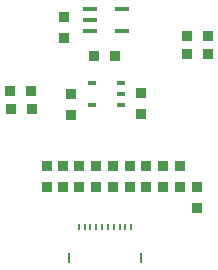
<source format=gbr>
%FSLAX23Y23*%
%MOIN*%
G04 EasyPC Gerber Version 18.0.6 Build 3620 *
%ADD143R,0.00600X0.02200*%
%ADD144R,0.00600X0.03400*%
%ADD123R,0.03340X0.03730*%
%ADD145R,0.02550X0.01565*%
%ADD147R,0.04600X0.01600*%
%ADD146R,0.03691X0.03337*%
%ADD122R,0.03730X0.03340*%
X0Y0D02*
D02*
D122*
X434Y860D03*
Y930D03*
X488Y860D03*
Y930D03*
X491Y1356D03*
Y1426D03*
X514Y1099D03*
Y1169D03*
X543Y860D03*
Y930D03*
X600Y860D03*
Y930D03*
X655Y860D03*
Y930D03*
X713Y860D03*
Y930D03*
X750Y1101D03*
Y1171D03*
X766Y860D03*
Y930D03*
X823Y860D03*
Y930D03*
X879Y860D03*
Y930D03*
X937Y789D03*
Y859D03*
D02*
D123*
X313Y1179D03*
X314Y1118D03*
X383Y1179D03*
X384Y1118D03*
X593Y1296D03*
X663D03*
X902Y1303D03*
X972D03*
D02*
D143*
X541Y725D03*
X561D03*
X580D03*
X600D03*
X619D03*
X639D03*
X658D03*
X678D03*
X697D03*
X717D03*
D02*
D144*
X510Y621D03*
X748D03*
D02*
D145*
X586Y1132D03*
Y1207D03*
X681Y1132D03*
Y1170D03*
Y1207D03*
D02*
D146*
X902Y1364D03*
X972D03*
D02*
D147*
X578Y1379D03*
Y1416D03*
Y1454D03*
X685Y1379D03*
Y1454D03*
X0Y0D02*
M02*

</source>
